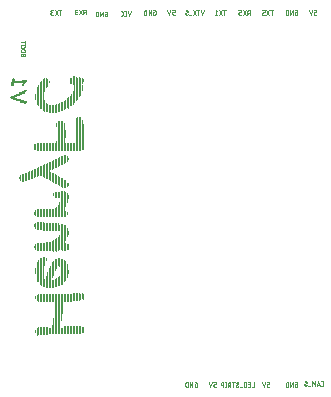
<source format=gbr>
G04 EAGLE Gerber RS-274X export*
G75*
%MOMM*%
%FSLAX34Y34*%
%LPD*%
%INSilkscreen Bottom*%
%IPPOS*%
%AMOC8*
5,1,8,0,0,1.08239X$1,22.5*%
G01*
%ADD10R,0.084581X0.170181*%
%ADD11R,0.084581X0.508000*%
%ADD12R,0.084838X0.678181*%
%ADD13R,0.084581X0.678181*%
%ADD14R,0.084838X0.762000*%
%ADD15R,0.084581X0.675638*%
%ADD16R,0.084581X0.762000*%
%ADD17R,0.084838X0.254000*%
%ADD18R,0.084838X0.675638*%
%ADD19R,0.084581X0.254000*%
%ADD20R,0.084581X0.424181*%
%ADD21R,0.084581X0.591819*%
%ADD22R,0.084838X1.099819*%
%ADD23R,0.084838X0.591819*%
%ADD24R,0.084838X1.270000*%
%ADD25R,0.084838X0.424181*%
%ADD26R,0.084838X0.508000*%
%ADD27R,0.084581X1.524000*%
%ADD28R,0.084581X1.610363*%
%ADD29R,0.084581X0.594363*%
%ADD30R,0.084581X1.778000*%
%ADD31R,0.084581X1.861819*%
%ADD32R,0.084838X2.032000*%
%ADD33R,0.084838X2.118362*%
%ADD34R,0.084581X2.286000*%
%ADD35R,0.084581X0.848363*%
%ADD36R,0.084581X2.369819*%
%ADD37R,0.084581X2.453638*%
%ADD38R,0.084838X2.540000*%
%ADD39R,0.084838X1.016000*%
%ADD40R,0.084838X2.453638*%
%ADD41R,0.084581X2.710181*%
%ADD42R,0.084581X1.016000*%
%ADD43R,0.084581X2.540000*%
%ADD44R,0.084581X1.186181*%
%ADD45R,0.084581X0.932181*%
%ADD46R,0.084581X1.183638*%
%ADD47R,0.084838X0.845819*%
%ADD48R,0.084838X1.183638*%
%ADD49R,0.084838X0.932181*%
%ADD50R,0.084581X0.845819*%
%ADD51R,0.084581X1.270000*%
%ADD52R,0.084581X1.099819*%
%ADD53R,0.084581X1.356363*%
%ADD54R,0.084581X1.353819*%
%ADD55R,0.084838X1.440181*%
%ADD56R,0.084838X1.524000*%
%ADD57R,0.084581X1.694181*%
%ADD58R,0.084838X0.848363*%
%ADD59R,0.084838X1.945638*%
%ADD60R,0.084581X3.385819*%
%ADD61R,0.084581X0.337819*%
%ADD62R,0.084581X1.102363*%
%ADD63R,0.084838X0.929638*%
%ADD64R,0.084838X1.102363*%
%ADD65R,0.084838X3.385819*%
%ADD66R,0.084581X0.929638*%
%ADD67R,0.084838X2.199638*%
%ADD68R,0.084838X2.286000*%
%ADD69R,0.084581X2.199638*%
%ADD70R,0.084581X2.202181*%
%ADD71R,0.084581X2.118362*%
%ADD72R,0.084838X0.594363*%
%ADD73R,0.084838X1.437638*%
%ADD74R,0.084581X0.421637*%
%ADD75R,0.084581X0.167637*%
%ADD76R,0.084838X2.115819*%
%ADD77R,0.084581X2.032000*%
%ADD78R,0.084581X2.794000*%
%ADD79R,0.084581X1.945638*%
%ADD80R,0.084581X2.877819*%
%ADD81R,0.084838X1.861819*%
%ADD82R,0.084838X2.877819*%
%ADD83R,0.084581X1.691638*%
%ADD84R,0.084581X1.607819*%
%ADD85R,0.084838X2.623819*%
%ADD86R,0.084838X0.170181*%
%ADD87R,0.086363X0.084581*%
%ADD88R,0.594363X0.084838*%
%ADD89R,0.254000X0.084838*%
%ADD90R,0.678181X0.084581*%
%ADD91R,0.254000X0.084581*%
%ADD92R,0.594363X0.084581*%
%ADD93R,0.337819X0.084581*%
%ADD94R,0.170181X0.084838*%
%ADD95R,0.421637X0.084838*%
%ADD96R,0.170181X0.084581*%
%ADD97R,0.167637X0.084581*%
%ADD98R,0.337819X0.084838*%
%ADD99R,0.508000X0.084838*%
%ADD100R,0.167637X0.084838*%
%ADD101R,0.083819X0.084838*%
%ADD102C,0.025400*%


D10*
X55029Y192584D03*
D11*
X55875Y192597D03*
D12*
X56722Y192584D03*
D13*
X57569Y192584D03*
X58415Y192584D03*
D14*
X59262Y193003D03*
D15*
X60109Y193435D03*
X60955Y193435D03*
D14*
X61802Y193867D03*
D13*
X62649Y194286D03*
D16*
X63495Y194705D03*
D14*
X64342Y194705D03*
D13*
X65189Y195124D03*
D16*
X66035Y195543D03*
D17*
X66882Y219267D03*
D18*
X66882Y195975D03*
D11*
X67729Y218835D03*
D16*
X67729Y196407D03*
D19*
X67729Y162523D03*
X67729Y152363D03*
D10*
X67729Y134164D03*
D20*
X68575Y261596D03*
D21*
X68575Y219254D03*
D13*
X68575Y196826D03*
D11*
X68575Y162955D03*
X68575Y151957D03*
X68575Y134177D03*
X68575Y113857D03*
D19*
X68575Y91403D03*
X68575Y62625D03*
D22*
X69422Y261596D03*
D18*
X69422Y218835D03*
D14*
X69422Y197245D03*
D23*
X69422Y162536D03*
X69422Y152376D03*
D12*
X69422Y134164D03*
D24*
X69422Y113425D03*
D25*
X69422Y91416D03*
D26*
X69422Y63057D03*
D27*
X70269Y262015D03*
D15*
X70269Y218835D03*
D16*
X70269Y197245D03*
D15*
X70269Y162955D03*
D13*
X70269Y151944D03*
X70269Y134164D03*
D28*
X70269Y113425D03*
D21*
X70269Y91416D03*
D29*
X70269Y62625D03*
D30*
X71115Y262447D03*
D15*
X71115Y218835D03*
D16*
X71115Y198083D03*
D15*
X71115Y162955D03*
D13*
X71115Y151944D03*
X71115Y134164D03*
D31*
X71115Y113844D03*
D13*
X71115Y90984D03*
X71115Y63044D03*
D32*
X71962Y262015D03*
D18*
X71962Y218835D03*
D14*
X71962Y198083D03*
D18*
X71962Y162955D03*
D12*
X71962Y151944D03*
X71962Y134164D03*
D33*
X71962Y113425D03*
D12*
X71962Y90984D03*
X71962Y63044D03*
D34*
X72809Y262447D03*
D15*
X72809Y218835D03*
D35*
X72809Y198515D03*
D15*
X72809Y162955D03*
D13*
X72809Y151944D03*
X72809Y134164D03*
D34*
X72809Y113425D03*
D13*
X72809Y90984D03*
X72809Y63044D03*
D36*
X73655Y262866D03*
D15*
X73655Y218835D03*
D35*
X73655Y198515D03*
D15*
X73655Y162955D03*
D13*
X73655Y151944D03*
X73655Y134164D03*
D37*
X73655Y113425D03*
D13*
X73655Y90984D03*
X73655Y63044D03*
D38*
X74502Y262853D03*
D18*
X74502Y218835D03*
D39*
X74502Y198515D03*
D18*
X74502Y162955D03*
D12*
X74502Y151944D03*
X74502Y134164D03*
D40*
X74502Y113425D03*
D12*
X74502Y90984D03*
X74502Y63044D03*
D41*
X75349Y262866D03*
D15*
X75349Y218835D03*
D42*
X75349Y198515D03*
D15*
X75349Y162955D03*
D16*
X75349Y151525D03*
D13*
X75349Y134164D03*
D43*
X75349Y112993D03*
D13*
X75349Y90984D03*
X75349Y63044D03*
D44*
X76195Y271324D03*
D45*
X76195Y253976D03*
D15*
X76195Y218835D03*
D46*
X76195Y198515D03*
D15*
X76195Y162955D03*
D13*
X76195Y151106D03*
X76195Y134164D03*
D16*
X76195Y121883D03*
D13*
X76195Y103684D03*
X76195Y90984D03*
X76195Y63044D03*
D39*
X77042Y272175D03*
D47*
X77042Y252706D03*
D18*
X77042Y218835D03*
D48*
X77042Y198515D03*
D18*
X77042Y162955D03*
D12*
X77042Y151106D03*
X77042Y134164D03*
D26*
X77042Y123153D03*
D49*
X77042Y104116D03*
D12*
X77042Y90984D03*
X77042Y63044D03*
D50*
X77889Y273026D03*
D16*
X77889Y252287D03*
D15*
X77889Y218835D03*
D51*
X77889Y198083D03*
D15*
X77889Y162955D03*
D13*
X77889Y151106D03*
D16*
X77889Y134583D03*
D19*
X77889Y123585D03*
D52*
X77889Y104954D03*
D13*
X77889Y90984D03*
X77889Y63044D03*
X78735Y273026D03*
D15*
X78735Y251855D03*
X78735Y218835D03*
D53*
X78735Y198515D03*
D15*
X78735Y162955D03*
D13*
X78735Y151106D03*
D16*
X78735Y134583D03*
D54*
X78735Y106224D03*
D13*
X78735Y90984D03*
X78735Y63044D03*
D26*
X79582Y273877D03*
D14*
X79582Y251423D03*
D18*
X79582Y218835D03*
D55*
X79582Y198096D03*
D18*
X79582Y162955D03*
D12*
X79582Y151106D03*
D14*
X79582Y134583D03*
D56*
X79582Y107075D03*
D12*
X79582Y90984D03*
D23*
X79582Y63476D03*
D10*
X80429Y273864D03*
D13*
X80429Y251004D03*
D15*
X80429Y218835D03*
D27*
X80429Y198515D03*
D15*
X80429Y162955D03*
D13*
X80429Y151106D03*
D16*
X80429Y134583D03*
D57*
X80429Y107926D03*
D13*
X80429Y90984D03*
D21*
X80429Y63476D03*
D13*
X81275Y251004D03*
D15*
X81275Y218835D03*
D13*
X81275Y202744D03*
D16*
X81275Y193867D03*
D15*
X81275Y162955D03*
D13*
X81275Y151106D03*
D16*
X81275Y134583D03*
D31*
X81275Y108764D03*
D13*
X81275Y90984D03*
D21*
X81275Y63476D03*
D12*
X82122Y251004D03*
D18*
X82122Y218835D03*
D14*
X82122Y203163D03*
D58*
X82122Y193435D03*
D18*
X82122Y162955D03*
D12*
X82122Y151106D03*
D58*
X82122Y135015D03*
D32*
X82122Y109615D03*
D12*
X82122Y90984D03*
D23*
X82122Y63476D03*
D13*
X82969Y251004D03*
D15*
X82969Y218835D03*
D16*
X82969Y203163D03*
X82969Y193003D03*
D15*
X82969Y162955D03*
D13*
X82969Y151106D03*
D35*
X82969Y135015D03*
D53*
X82969Y114695D03*
D13*
X82969Y102846D03*
X82969Y90984D03*
D16*
X82969Y64327D03*
D13*
X83815Y251004D03*
D15*
X83815Y218835D03*
D16*
X83815Y204027D03*
D50*
X83815Y192584D03*
D19*
X83815Y178627D03*
D15*
X83815Y162955D03*
D13*
X83815Y151106D03*
D45*
X83815Y135434D03*
D51*
X83815Y115965D03*
D13*
X83815Y102846D03*
X83815Y90984D03*
D54*
X83815Y67286D03*
D12*
X84662Y251004D03*
D18*
X84662Y218835D03*
D14*
X84662Y204027D03*
X84662Y192165D03*
D26*
X84662Y178195D03*
D18*
X84662Y162955D03*
D12*
X84662Y151106D03*
D49*
X84662Y135434D03*
D48*
X84662Y117235D03*
D12*
X84662Y102846D03*
X84662Y90984D03*
D59*
X84662Y70245D03*
D13*
X85509Y251004D03*
D15*
X85509Y218835D03*
D16*
X85509Y204865D03*
D50*
X85509Y191746D03*
D21*
X85509Y178614D03*
D16*
X85509Y163387D03*
D13*
X85509Y151106D03*
D42*
X85509Y135853D03*
X85509Y118937D03*
D13*
X85509Y103684D03*
D60*
X85509Y77446D03*
D16*
X86355Y251423D03*
D61*
X86355Y237466D03*
D50*
X86355Y219686D03*
D16*
X86355Y204865D03*
X86355Y191327D03*
D21*
X86355Y178614D03*
D50*
X86355Y163806D03*
D13*
X86355Y151106D03*
D62*
X86355Y136285D03*
D35*
X86355Y119775D03*
D16*
X86355Y104103D03*
D60*
X86355Y77446D03*
D18*
X87202Y251855D03*
D40*
X87202Y227725D03*
D14*
X87202Y205703D03*
D58*
X87202Y190895D03*
D23*
X87202Y178614D03*
D63*
X87202Y164225D03*
D12*
X87202Y151106D03*
D64*
X87202Y136285D03*
D47*
X87202Y120626D03*
D14*
X87202Y104103D03*
D65*
X87202Y77446D03*
D15*
X88049Y251855D03*
D43*
X88049Y228157D03*
D16*
X88049Y205703D03*
X88049Y190463D03*
D21*
X88049Y178614D03*
D52*
X88049Y165076D03*
D13*
X88049Y151106D03*
D44*
X88049Y136704D03*
D13*
X88049Y121464D03*
D16*
X88049Y104967D03*
D60*
X88049Y77446D03*
D16*
X88895Y252287D03*
D43*
X88895Y228157D03*
D16*
X88895Y206567D03*
X88895Y189625D03*
D21*
X88895Y178614D03*
D51*
X88895Y165927D03*
D21*
X88895Y150674D03*
D51*
X88895Y137987D03*
D16*
X88895Y121045D03*
D66*
X88895Y105805D03*
D60*
X88895Y77446D03*
D14*
X89742Y252287D03*
D38*
X89742Y228157D03*
D14*
X89742Y206567D03*
D47*
X89742Y189206D03*
D67*
X89742Y170575D03*
X89742Y142635D03*
D68*
X89742Y113425D03*
D65*
X89742Y77446D03*
D16*
X90589Y253125D03*
D43*
X90589Y228157D03*
D16*
X90589Y207405D03*
X90589Y188787D03*
D69*
X90589Y170575D03*
X90589Y142635D03*
D70*
X90589Y113006D03*
D34*
X90589Y82945D03*
D21*
X90589Y63476D03*
D16*
X91435Y253125D03*
D43*
X91435Y228157D03*
D16*
X91435Y207405D03*
D35*
X91435Y188355D03*
D69*
X91435Y170575D03*
D34*
X91435Y142203D03*
D71*
X91435Y113425D03*
D57*
X91435Y85904D03*
D21*
X91435Y63476D03*
D14*
X92282Y253963D03*
D40*
X92282Y227725D03*
D14*
X92282Y208243D03*
X92282Y187923D03*
D67*
X92282Y170575D03*
D68*
X92282Y142203D03*
D32*
X92282Y113857D03*
D49*
X92282Y89714D03*
D23*
X92282Y63476D03*
D16*
X93129Y253963D03*
D36*
X93129Y227306D03*
D16*
X93129Y208243D03*
D13*
X93129Y187504D03*
D69*
X93129Y170575D03*
D70*
X93129Y141784D03*
D31*
X93129Y113844D03*
D13*
X93129Y90984D03*
D15*
X93129Y63895D03*
D16*
X93975Y254827D03*
D29*
X93975Y230265D03*
D15*
X93975Y218835D03*
X93975Y208675D03*
D13*
X93975Y187504D03*
D51*
X93975Y174385D03*
D21*
X93975Y162536D03*
D54*
X93975Y146026D03*
D13*
X93975Y134164D03*
D57*
X93975Y113844D03*
D13*
X93975Y90984D03*
D15*
X93975Y63895D03*
D47*
X94822Y255246D03*
D18*
X94822Y218835D03*
X94822Y208675D03*
D72*
X94822Y187085D03*
D22*
X94822Y175236D03*
D26*
X94822Y162955D03*
D64*
X94822Y146445D03*
D12*
X94822Y134164D03*
D73*
X94822Y113425D03*
D12*
X94822Y90984D03*
D18*
X94822Y63895D03*
D50*
X95669Y256084D03*
D15*
X95669Y218835D03*
D11*
X95669Y208675D03*
D74*
X95669Y187085D03*
D35*
X95669Y175655D03*
D19*
X95669Y162523D03*
D16*
X95669Y146445D03*
D21*
X95669Y134596D03*
D44*
X95669Y113844D03*
D13*
X95669Y90984D03*
D15*
X95669Y63895D03*
D45*
X96515Y256516D03*
D15*
X96515Y218835D03*
D75*
X96515Y208675D03*
D19*
X96515Y187085D03*
D61*
X96515Y176506D03*
D74*
X96515Y146445D03*
D11*
X96515Y134177D03*
D74*
X96515Y113425D03*
D13*
X96515Y90984D03*
D15*
X96515Y63895D03*
D17*
X97362Y275147D03*
D49*
X97362Y257354D03*
D18*
X97362Y218835D03*
D17*
X97362Y134583D03*
D12*
X97362Y90984D03*
D18*
X97362Y63895D03*
D20*
X98209Y275134D03*
D50*
X98209Y257786D03*
D15*
X98209Y218835D03*
D13*
X98209Y90984D03*
D15*
X98209Y63895D03*
D21*
X99055Y275134D03*
D45*
X99055Y259056D03*
D15*
X99055Y218835D03*
D13*
X99055Y90984D03*
D15*
X99055Y63895D03*
D23*
X99902Y275134D03*
D39*
X99902Y259475D03*
D18*
X99902Y218835D03*
D12*
X99902Y90984D03*
D18*
X99902Y63895D03*
D16*
X100749Y275147D03*
D62*
X100749Y260745D03*
D15*
X100749Y218835D03*
X100749Y91835D03*
X100749Y63895D03*
D34*
X101595Y267527D03*
D15*
X101595Y218835D03*
X101595Y91835D03*
X101595Y63895D03*
D76*
X102442Y267514D03*
D17*
X102442Y240425D03*
D47*
X102442Y219686D03*
D18*
X102442Y91835D03*
X102442Y63895D03*
D77*
X103289Y267933D03*
D78*
X103289Y229427D03*
D15*
X103289Y91835D03*
X103289Y63895D03*
D79*
X104135Y268365D03*
D80*
X104135Y229846D03*
D15*
X104135Y91835D03*
X104135Y63895D03*
D81*
X104982Y268784D03*
D82*
X104982Y229846D03*
D18*
X104982Y91835D03*
X104982Y63895D03*
D83*
X105829Y269635D03*
D80*
X105829Y229846D03*
D15*
X105829Y91835D03*
X105829Y63895D03*
D84*
X106675Y270054D03*
D80*
X106675Y229846D03*
D21*
X106675Y92254D03*
D15*
X106675Y63895D03*
D73*
X107522Y270905D03*
D85*
X107522Y229414D03*
D23*
X107522Y92254D03*
D18*
X107522Y63895D03*
D11*
X108369Y274715D03*
X108369Y268797D03*
D43*
X108369Y228995D03*
D11*
X108369Y92673D03*
D21*
X108369Y64314D03*
D19*
X109215Y275147D03*
D71*
X109215Y227725D03*
D20*
X109215Y92254D03*
D11*
X109215Y63895D03*
D49*
X110062Y228576D03*
D17*
X110062Y219267D03*
D86*
X110062Y92686D03*
D17*
X110062Y64327D03*
D87*
G36*
X46909Y260771D02*
X46921Y261634D01*
X47765Y261623D01*
X47753Y260760D01*
X46909Y260771D01*
G37*
D88*
G36*
X47896Y270919D02*
X47979Y276861D01*
X48826Y276849D01*
X48743Y270907D01*
X47896Y270919D01*
G37*
D89*
G36*
X47743Y259922D02*
X47778Y262460D01*
X48625Y262448D01*
X48590Y259910D01*
X47743Y259922D01*
G37*
D90*
G36*
X48744Y270907D02*
X48839Y277687D01*
X49684Y277675D01*
X49589Y270895D01*
X48744Y270907D01*
G37*
D91*
G36*
X48591Y259910D02*
X48626Y262448D01*
X49471Y262436D01*
X49436Y259898D01*
X48591Y259910D01*
G37*
D92*
G36*
X49590Y270895D02*
X49673Y276837D01*
X50518Y276825D01*
X50435Y270883D01*
X49590Y270895D01*
G37*
D93*
G36*
X49425Y259060D02*
X49472Y262436D01*
X50317Y262424D01*
X50270Y259048D01*
X49425Y259060D01*
G37*
D94*
G36*
X50472Y273423D02*
X50495Y275123D01*
X51342Y275111D01*
X51319Y273411D01*
X50472Y273423D01*
G37*
D95*
G36*
X50271Y259048D02*
X50330Y263262D01*
X51177Y263250D01*
X51118Y259036D01*
X50271Y259048D01*
G37*
D96*
G36*
X51320Y273410D02*
X51343Y275111D01*
X52188Y275100D01*
X52165Y273399D01*
X51320Y273410D01*
G37*
D97*
G36*
X51155Y261575D02*
X51178Y263250D01*
X52023Y263239D01*
X52000Y261564D01*
X51155Y261575D01*
G37*
G36*
X51119Y259036D02*
X51142Y260711D01*
X51987Y260700D01*
X51964Y259025D01*
X51119Y259036D01*
G37*
D96*
G36*
X52166Y273399D02*
X52189Y275100D01*
X53034Y275089D01*
X53011Y273388D01*
X52166Y273399D01*
G37*
D91*
G36*
X52000Y261564D02*
X52035Y264102D01*
X52880Y264090D01*
X52845Y261552D01*
X52000Y261564D01*
G37*
G36*
X51953Y258161D02*
X51988Y260699D01*
X52833Y260687D01*
X52798Y258149D01*
X51953Y258161D01*
G37*
D94*
G36*
X53012Y273388D02*
X53035Y275088D01*
X53882Y275076D01*
X53859Y273376D01*
X53012Y273388D01*
G37*
G36*
X52858Y262391D02*
X52881Y264091D01*
X53728Y264079D01*
X53705Y262379D01*
X52858Y262391D01*
G37*
G36*
X52799Y258149D02*
X52822Y259849D01*
X53669Y259837D01*
X53646Y258137D01*
X52799Y258149D01*
G37*
D96*
G36*
X53860Y273375D02*
X53883Y275076D01*
X54728Y275065D01*
X54705Y273364D01*
X53860Y273375D01*
G37*
G36*
X53706Y262378D02*
X53729Y264079D01*
X54574Y264068D01*
X54551Y262367D01*
X53706Y262378D01*
G37*
G36*
X53647Y258136D02*
X53670Y259837D01*
X54515Y259826D01*
X54492Y258125D01*
X53647Y258136D01*
G37*
G36*
X54705Y273363D02*
X54728Y275064D01*
X55573Y275053D01*
X55550Y273352D01*
X54705Y273363D01*
G37*
D93*
G36*
X54552Y262367D02*
X54599Y265743D01*
X55444Y265731D01*
X55397Y262355D01*
X54552Y262367D01*
G37*
D96*
G36*
X54493Y258125D02*
X54516Y259826D01*
X55361Y259815D01*
X55338Y258114D01*
X54493Y258125D01*
G37*
D94*
G36*
X55551Y273352D02*
X55574Y275052D01*
X56421Y275040D01*
X56398Y273340D01*
X55551Y273352D01*
G37*
D89*
G36*
X55409Y263193D02*
X55444Y265731D01*
X56291Y265719D01*
X56256Y263181D01*
X55409Y263193D01*
G37*
D98*
G36*
X55315Y256438D02*
X55362Y259814D01*
X56209Y259802D01*
X56162Y256426D01*
X55315Y256438D01*
G37*
D96*
G36*
X56399Y273339D02*
X56422Y275040D01*
X57267Y275029D01*
X57244Y273328D01*
X56399Y273339D01*
G37*
D91*
G36*
X56257Y263182D02*
X56292Y265720D01*
X57137Y265708D01*
X57102Y263170D01*
X56257Y263182D01*
G37*
G36*
X56163Y256426D02*
X56198Y258964D01*
X57043Y258952D01*
X57008Y256414D01*
X56163Y256426D01*
G37*
G36*
X57245Y273329D02*
X57280Y275867D01*
X58125Y275855D01*
X58090Y273317D01*
X57245Y273329D01*
G37*
D96*
G36*
X57210Y270788D02*
X57233Y272489D01*
X58078Y272478D01*
X58055Y270777D01*
X57210Y270788D01*
G37*
D91*
G36*
X57115Y264033D02*
X57150Y266571D01*
X57995Y266559D01*
X57960Y264021D01*
X57115Y264033D01*
G37*
G36*
X57009Y256414D02*
X57044Y258952D01*
X57889Y258940D01*
X57854Y256402D01*
X57009Y256414D01*
G37*
D99*
G36*
X58055Y270777D02*
X58126Y275855D01*
X58973Y275843D01*
X58902Y270765D01*
X58055Y270777D01*
G37*
D89*
G36*
X57961Y264021D02*
X57996Y266559D01*
X58843Y266547D01*
X58808Y264009D01*
X57961Y264021D01*
G37*
G36*
X57855Y256402D02*
X57890Y258940D01*
X58737Y258928D01*
X58702Y256390D01*
X57855Y256402D01*
G37*
D93*
G36*
X58927Y272467D02*
X58974Y275843D01*
X59819Y275831D01*
X59772Y272455D01*
X58927Y272467D01*
G37*
G36*
X58809Y264010D02*
X58856Y267386D01*
X59701Y267374D01*
X59654Y263998D01*
X58809Y264010D01*
G37*
D91*
G36*
X58691Y255527D02*
X58726Y258065D01*
X59571Y258053D01*
X59536Y255515D01*
X58691Y255527D01*
G37*
G36*
X59785Y273293D02*
X59820Y275831D01*
X60665Y275819D01*
X60630Y273281D01*
X59785Y273293D01*
G37*
D96*
G36*
X59679Y265673D02*
X59702Y267374D01*
X60547Y267363D01*
X60524Y265662D01*
X59679Y265673D01*
G37*
D91*
G36*
X59537Y255515D02*
X59572Y258053D01*
X60417Y258041D01*
X60382Y255503D01*
X59537Y255515D01*
G37*
D100*
G36*
X60643Y274145D02*
X60666Y275819D01*
X61513Y275807D01*
X61490Y274133D01*
X60643Y274145D01*
G37*
D101*
G36*
X60537Y266525D02*
X60548Y267362D01*
X61395Y267351D01*
X61384Y266514D01*
X60537Y266525D01*
G37*
D100*
G36*
X60395Y256367D02*
X60418Y258041D01*
X61265Y258029D01*
X61242Y256355D01*
X60395Y256367D01*
G37*
D102*
X310262Y17076D02*
X311108Y17076D01*
X311108Y17075D02*
X311163Y17077D01*
X311219Y17082D01*
X311273Y17091D01*
X311327Y17104D01*
X311380Y17120D01*
X311432Y17139D01*
X311483Y17162D01*
X311532Y17188D01*
X311579Y17218D01*
X311624Y17250D01*
X311666Y17285D01*
X311707Y17323D01*
X311745Y17364D01*
X311780Y17406D01*
X311812Y17451D01*
X311842Y17499D01*
X311868Y17547D01*
X311891Y17598D01*
X311910Y17650D01*
X311926Y17703D01*
X311939Y17757D01*
X311948Y17811D01*
X311953Y17867D01*
X311955Y17922D01*
X311955Y20039D01*
X311953Y20097D01*
X311947Y20154D01*
X311937Y20211D01*
X311924Y20268D01*
X311906Y20323D01*
X311885Y20376D01*
X311860Y20429D01*
X311832Y20479D01*
X311800Y20527D01*
X311765Y20574D01*
X311727Y20617D01*
X311686Y20658D01*
X311643Y20696D01*
X311596Y20731D01*
X311548Y20763D01*
X311498Y20791D01*
X311445Y20816D01*
X311392Y20837D01*
X311337Y20855D01*
X311280Y20868D01*
X311223Y20878D01*
X311166Y20884D01*
X311108Y20886D01*
X310262Y20886D01*
X307839Y20886D02*
X309109Y17076D01*
X306569Y17076D02*
X307839Y20886D01*
X306887Y18028D02*
X308792Y18028D01*
X305086Y17076D02*
X305086Y20886D01*
X303816Y18769D01*
X302546Y20886D01*
X302546Y17076D01*
X301005Y16652D02*
X299312Y16652D01*
X296777Y17075D02*
X296722Y17077D01*
X296666Y17082D01*
X296612Y17091D01*
X296558Y17104D01*
X296505Y17120D01*
X296453Y17139D01*
X296402Y17162D01*
X296354Y17188D01*
X296306Y17218D01*
X296261Y17250D01*
X296219Y17285D01*
X296178Y17323D01*
X296140Y17364D01*
X296105Y17406D01*
X296073Y17451D01*
X296043Y17499D01*
X296017Y17547D01*
X295994Y17598D01*
X295975Y17650D01*
X295959Y17703D01*
X295946Y17757D01*
X295937Y17811D01*
X295932Y17867D01*
X295930Y17922D01*
X296777Y17075D02*
X296860Y17077D01*
X296943Y17083D01*
X297025Y17092D01*
X297107Y17106D01*
X297189Y17123D01*
X297269Y17144D01*
X297348Y17169D01*
X297427Y17197D01*
X297503Y17229D01*
X297578Y17265D01*
X297652Y17303D01*
X297723Y17346D01*
X297793Y17391D01*
X297860Y17440D01*
X297925Y17492D01*
X297987Y17547D01*
X298047Y17604D01*
X297941Y20039D02*
X297939Y20094D01*
X297934Y20150D01*
X297925Y20204D01*
X297912Y20258D01*
X297896Y20311D01*
X297877Y20363D01*
X297854Y20414D01*
X297828Y20463D01*
X297798Y20510D01*
X297766Y20555D01*
X297731Y20597D01*
X297693Y20638D01*
X297652Y20676D01*
X297610Y20711D01*
X297565Y20743D01*
X297518Y20773D01*
X297469Y20799D01*
X297418Y20822D01*
X297366Y20841D01*
X297313Y20857D01*
X297259Y20870D01*
X297205Y20879D01*
X297149Y20884D01*
X297094Y20886D01*
X297015Y20884D01*
X296937Y20878D01*
X296859Y20869D01*
X296782Y20855D01*
X296705Y20838D01*
X296629Y20816D01*
X296555Y20792D01*
X296481Y20763D01*
X296410Y20731D01*
X296340Y20695D01*
X296271Y20656D01*
X296205Y20614D01*
X296141Y20568D01*
X297518Y19298D02*
X297565Y19328D01*
X297610Y19361D01*
X297653Y19397D01*
X297693Y19435D01*
X297731Y19476D01*
X297766Y19519D01*
X297798Y19565D01*
X297828Y19612D01*
X297854Y19662D01*
X297877Y19713D01*
X297896Y19765D01*
X297912Y19818D01*
X297925Y19873D01*
X297934Y19928D01*
X297939Y19983D01*
X297941Y20039D01*
X296353Y18663D02*
X296306Y18633D01*
X296261Y18600D01*
X296218Y18564D01*
X296178Y18526D01*
X296140Y18485D01*
X296105Y18442D01*
X296073Y18396D01*
X296043Y18349D01*
X296017Y18299D01*
X295994Y18248D01*
X295975Y18196D01*
X295959Y18143D01*
X295946Y18088D01*
X295937Y18033D01*
X295932Y17978D01*
X295930Y17922D01*
X296353Y18663D02*
X297518Y19298D01*
X209475Y331063D02*
X210745Y334873D01*
X208205Y334873D02*
X209475Y331063D01*
X206061Y331063D02*
X206061Y334873D01*
X207119Y334873D02*
X205002Y334873D01*
X201377Y334873D02*
X203917Y331063D01*
X201377Y331063D02*
X203917Y334873D01*
X200202Y330640D02*
X198509Y330640D01*
X195974Y331063D02*
X195919Y331065D01*
X195863Y331070D01*
X195809Y331079D01*
X195755Y331092D01*
X195702Y331108D01*
X195650Y331127D01*
X195599Y331150D01*
X195551Y331176D01*
X195503Y331206D01*
X195458Y331238D01*
X195416Y331273D01*
X195375Y331311D01*
X195337Y331352D01*
X195302Y331394D01*
X195270Y331439D01*
X195240Y331487D01*
X195214Y331535D01*
X195191Y331586D01*
X195172Y331638D01*
X195156Y331691D01*
X195143Y331745D01*
X195134Y331799D01*
X195129Y331855D01*
X195127Y331910D01*
X195974Y331063D02*
X196057Y331065D01*
X196140Y331071D01*
X196222Y331080D01*
X196304Y331094D01*
X196386Y331111D01*
X196466Y331132D01*
X196545Y331157D01*
X196624Y331185D01*
X196700Y331217D01*
X196775Y331253D01*
X196849Y331291D01*
X196920Y331334D01*
X196990Y331379D01*
X197057Y331428D01*
X197122Y331480D01*
X197184Y331535D01*
X197244Y331592D01*
X197138Y334026D02*
X197136Y334081D01*
X197131Y334137D01*
X197122Y334191D01*
X197109Y334245D01*
X197093Y334298D01*
X197074Y334350D01*
X197051Y334401D01*
X197025Y334450D01*
X196995Y334497D01*
X196963Y334542D01*
X196928Y334584D01*
X196890Y334625D01*
X196849Y334663D01*
X196807Y334698D01*
X196762Y334730D01*
X196715Y334760D01*
X196666Y334786D01*
X196615Y334809D01*
X196563Y334828D01*
X196510Y334844D01*
X196456Y334857D01*
X196402Y334866D01*
X196346Y334871D01*
X196291Y334873D01*
X196291Y334874D02*
X196212Y334872D01*
X196134Y334866D01*
X196056Y334857D01*
X195979Y334843D01*
X195902Y334826D01*
X195826Y334804D01*
X195752Y334780D01*
X195678Y334751D01*
X195607Y334719D01*
X195537Y334683D01*
X195468Y334644D01*
X195402Y334602D01*
X195338Y334556D01*
X196715Y333285D02*
X196762Y333315D01*
X196807Y333348D01*
X196850Y333384D01*
X196890Y333422D01*
X196928Y333463D01*
X196963Y333506D01*
X196995Y333552D01*
X197025Y333599D01*
X197051Y333649D01*
X197074Y333700D01*
X197093Y333752D01*
X197109Y333805D01*
X197122Y333860D01*
X197131Y333915D01*
X197136Y333970D01*
X197138Y334026D01*
X195550Y332651D02*
X195503Y332621D01*
X195458Y332588D01*
X195415Y332552D01*
X195375Y332514D01*
X195337Y332473D01*
X195302Y332430D01*
X195270Y332384D01*
X195240Y332337D01*
X195214Y332287D01*
X195191Y332236D01*
X195172Y332184D01*
X195156Y332131D01*
X195143Y332076D01*
X195134Y332021D01*
X195129Y331966D01*
X195127Y331910D01*
X195550Y332651D02*
X196715Y333286D01*
X57845Y297230D02*
X57845Y296172D01*
X57844Y297230D02*
X57842Y297294D01*
X57836Y297358D01*
X57827Y297421D01*
X57813Y297483D01*
X57796Y297545D01*
X57775Y297605D01*
X57751Y297664D01*
X57723Y297722D01*
X57691Y297777D01*
X57657Y297831D01*
X57619Y297882D01*
X57578Y297932D01*
X57534Y297978D01*
X57488Y298022D01*
X57438Y298063D01*
X57387Y298101D01*
X57333Y298135D01*
X57278Y298167D01*
X57220Y298195D01*
X57161Y298219D01*
X57101Y298240D01*
X57039Y298257D01*
X56977Y298271D01*
X56914Y298280D01*
X56850Y298286D01*
X56786Y298288D01*
X56722Y298286D01*
X56658Y298280D01*
X56595Y298271D01*
X56533Y298257D01*
X56471Y298240D01*
X56411Y298219D01*
X56352Y298195D01*
X56294Y298167D01*
X56239Y298135D01*
X56185Y298101D01*
X56134Y298063D01*
X56084Y298022D01*
X56038Y297978D01*
X55994Y297932D01*
X55953Y297882D01*
X55915Y297831D01*
X55881Y297777D01*
X55849Y297722D01*
X55821Y297664D01*
X55797Y297605D01*
X55776Y297545D01*
X55759Y297483D01*
X55745Y297421D01*
X55736Y297358D01*
X55730Y297294D01*
X55728Y297230D01*
X55728Y296172D01*
X59538Y296172D01*
X59538Y297230D01*
X59536Y297287D01*
X59530Y297343D01*
X59521Y297399D01*
X59508Y297454D01*
X59491Y297508D01*
X59471Y297561D01*
X59447Y297612D01*
X59420Y297662D01*
X59389Y297709D01*
X59356Y297755D01*
X59319Y297798D01*
X59280Y297839D01*
X59238Y297877D01*
X59193Y297912D01*
X59147Y297944D01*
X59098Y297973D01*
X59048Y297998D01*
X58995Y298020D01*
X58942Y298039D01*
X58887Y298054D01*
X58832Y298065D01*
X58776Y298073D01*
X58719Y298077D01*
X58663Y298077D01*
X58606Y298073D01*
X58550Y298065D01*
X58495Y298054D01*
X58440Y298039D01*
X58387Y298020D01*
X58334Y297998D01*
X58284Y297973D01*
X58235Y297944D01*
X58189Y297912D01*
X58144Y297877D01*
X58102Y297839D01*
X58063Y297798D01*
X58026Y297755D01*
X57993Y297709D01*
X57962Y297662D01*
X57935Y297612D01*
X57911Y297561D01*
X57891Y297508D01*
X57874Y297454D01*
X57861Y297399D01*
X57852Y297343D01*
X57846Y297287D01*
X57844Y297230D01*
X58480Y299660D02*
X56786Y299660D01*
X58480Y299660D02*
X58544Y299662D01*
X58608Y299668D01*
X58671Y299677D01*
X58733Y299691D01*
X58795Y299708D01*
X58855Y299729D01*
X58914Y299753D01*
X58972Y299781D01*
X59027Y299813D01*
X59081Y299847D01*
X59132Y299885D01*
X59182Y299926D01*
X59228Y299970D01*
X59272Y300016D01*
X59313Y300066D01*
X59351Y300117D01*
X59385Y300171D01*
X59417Y300226D01*
X59445Y300284D01*
X59469Y300343D01*
X59490Y300403D01*
X59507Y300465D01*
X59521Y300527D01*
X59530Y300590D01*
X59536Y300654D01*
X59538Y300718D01*
X59536Y300782D01*
X59530Y300846D01*
X59521Y300909D01*
X59507Y300971D01*
X59490Y301033D01*
X59469Y301093D01*
X59445Y301152D01*
X59417Y301210D01*
X59385Y301265D01*
X59351Y301319D01*
X59313Y301370D01*
X59272Y301420D01*
X59228Y301466D01*
X59182Y301510D01*
X59132Y301551D01*
X59081Y301589D01*
X59027Y301623D01*
X58972Y301655D01*
X58914Y301683D01*
X58855Y301707D01*
X58795Y301728D01*
X58733Y301745D01*
X58671Y301759D01*
X58608Y301768D01*
X58544Y301774D01*
X58480Y301776D01*
X56786Y301776D01*
X56722Y301774D01*
X56658Y301768D01*
X56595Y301759D01*
X56533Y301745D01*
X56471Y301728D01*
X56411Y301707D01*
X56352Y301683D01*
X56294Y301655D01*
X56239Y301623D01*
X56185Y301589D01*
X56134Y301551D01*
X56084Y301510D01*
X56038Y301466D01*
X55994Y301420D01*
X55953Y301370D01*
X55915Y301319D01*
X55881Y301265D01*
X55849Y301210D01*
X55821Y301152D01*
X55797Y301093D01*
X55776Y301033D01*
X55759Y300971D01*
X55745Y300909D01*
X55736Y300846D01*
X55730Y300782D01*
X55728Y300718D01*
X55730Y300654D01*
X55736Y300590D01*
X55745Y300527D01*
X55759Y300465D01*
X55776Y300403D01*
X55797Y300343D01*
X55821Y300284D01*
X55849Y300226D01*
X55881Y300171D01*
X55915Y300117D01*
X55953Y300066D01*
X55994Y300016D01*
X56038Y299970D01*
X56084Y299926D01*
X56134Y299885D01*
X56185Y299847D01*
X56239Y299813D01*
X56294Y299781D01*
X56352Y299753D01*
X56411Y299729D01*
X56471Y299708D01*
X56533Y299691D01*
X56595Y299677D01*
X56658Y299668D01*
X56722Y299662D01*
X56786Y299660D01*
X56786Y303317D02*
X58480Y303317D01*
X58544Y303319D01*
X58608Y303325D01*
X58671Y303334D01*
X58733Y303348D01*
X58795Y303365D01*
X58855Y303386D01*
X58914Y303410D01*
X58972Y303438D01*
X59027Y303470D01*
X59081Y303504D01*
X59132Y303542D01*
X59182Y303583D01*
X59228Y303627D01*
X59272Y303673D01*
X59313Y303723D01*
X59351Y303774D01*
X59385Y303828D01*
X59417Y303883D01*
X59445Y303941D01*
X59469Y304000D01*
X59490Y304060D01*
X59507Y304122D01*
X59521Y304184D01*
X59530Y304247D01*
X59536Y304311D01*
X59538Y304375D01*
X59536Y304439D01*
X59530Y304503D01*
X59521Y304566D01*
X59507Y304628D01*
X59490Y304690D01*
X59469Y304750D01*
X59445Y304809D01*
X59417Y304867D01*
X59385Y304922D01*
X59351Y304976D01*
X59313Y305027D01*
X59272Y305077D01*
X59228Y305123D01*
X59182Y305167D01*
X59132Y305208D01*
X59081Y305246D01*
X59027Y305280D01*
X58972Y305312D01*
X58914Y305340D01*
X58855Y305364D01*
X58795Y305385D01*
X58733Y305402D01*
X58671Y305416D01*
X58608Y305425D01*
X58544Y305431D01*
X58480Y305433D01*
X58480Y305434D02*
X56786Y305434D01*
X56786Y305433D02*
X56722Y305431D01*
X56658Y305425D01*
X56595Y305416D01*
X56533Y305402D01*
X56471Y305385D01*
X56411Y305364D01*
X56352Y305340D01*
X56294Y305312D01*
X56239Y305280D01*
X56185Y305246D01*
X56134Y305208D01*
X56084Y305167D01*
X56038Y305123D01*
X55994Y305077D01*
X55953Y305027D01*
X55915Y304976D01*
X55881Y304922D01*
X55849Y304867D01*
X55821Y304809D01*
X55797Y304750D01*
X55776Y304690D01*
X55759Y304628D01*
X55745Y304566D01*
X55736Y304503D01*
X55730Y304439D01*
X55728Y304375D01*
X55730Y304311D01*
X55736Y304247D01*
X55745Y304184D01*
X55759Y304122D01*
X55776Y304060D01*
X55797Y304000D01*
X55821Y303941D01*
X55849Y303883D01*
X55881Y303828D01*
X55915Y303774D01*
X55953Y303723D01*
X55994Y303673D01*
X56038Y303627D01*
X56084Y303583D01*
X56134Y303542D01*
X56185Y303504D01*
X56239Y303470D01*
X56294Y303438D01*
X56352Y303410D01*
X56411Y303386D01*
X56471Y303365D01*
X56533Y303348D01*
X56595Y303334D01*
X56658Y303325D01*
X56722Y303319D01*
X56786Y303317D01*
X55728Y307789D02*
X59538Y307789D01*
X59538Y306731D02*
X59538Y308848D01*
X249538Y331063D02*
X249538Y334873D01*
X248480Y334873D01*
X248416Y334871D01*
X248352Y334865D01*
X248289Y334856D01*
X248227Y334842D01*
X248165Y334825D01*
X248105Y334804D01*
X248046Y334780D01*
X247988Y334752D01*
X247933Y334720D01*
X247879Y334686D01*
X247828Y334648D01*
X247778Y334607D01*
X247732Y334563D01*
X247688Y334517D01*
X247647Y334467D01*
X247609Y334416D01*
X247575Y334362D01*
X247543Y334307D01*
X247515Y334249D01*
X247491Y334190D01*
X247470Y334130D01*
X247453Y334068D01*
X247439Y334006D01*
X247430Y333943D01*
X247424Y333879D01*
X247422Y333815D01*
X247424Y333751D01*
X247430Y333687D01*
X247439Y333624D01*
X247453Y333562D01*
X247470Y333500D01*
X247491Y333440D01*
X247515Y333381D01*
X247543Y333323D01*
X247575Y333268D01*
X247609Y333214D01*
X247647Y333163D01*
X247688Y333113D01*
X247732Y333067D01*
X247778Y333023D01*
X247828Y332982D01*
X247879Y332944D01*
X247933Y332910D01*
X247988Y332878D01*
X248046Y332850D01*
X248105Y332826D01*
X248165Y332805D01*
X248227Y332788D01*
X248289Y332774D01*
X248352Y332765D01*
X248416Y332759D01*
X248480Y332757D01*
X248480Y332756D02*
X249538Y332756D01*
X248268Y332756D02*
X247421Y331063D01*
X246113Y331063D02*
X243573Y334873D01*
X246113Y334873D02*
X243573Y331063D01*
X242244Y331063D02*
X240974Y331063D01*
X240919Y331065D01*
X240863Y331070D01*
X240809Y331079D01*
X240755Y331092D01*
X240702Y331108D01*
X240650Y331127D01*
X240599Y331150D01*
X240551Y331176D01*
X240503Y331206D01*
X240458Y331238D01*
X240416Y331273D01*
X240375Y331311D01*
X240337Y331352D01*
X240302Y331394D01*
X240270Y331439D01*
X240240Y331487D01*
X240214Y331535D01*
X240191Y331586D01*
X240172Y331638D01*
X240156Y331691D01*
X240143Y331745D01*
X240134Y331799D01*
X240129Y331855D01*
X240127Y331910D01*
X240127Y332333D01*
X240129Y332388D01*
X240134Y332444D01*
X240143Y332498D01*
X240156Y332552D01*
X240172Y332605D01*
X240191Y332657D01*
X240214Y332708D01*
X240240Y332757D01*
X240270Y332804D01*
X240302Y332849D01*
X240337Y332891D01*
X240375Y332932D01*
X240416Y332970D01*
X240458Y333005D01*
X240503Y333037D01*
X240551Y333067D01*
X240599Y333093D01*
X240650Y333116D01*
X240702Y333135D01*
X240755Y333151D01*
X240809Y333164D01*
X240863Y333173D01*
X240919Y333178D01*
X240974Y333180D01*
X242244Y333180D01*
X242244Y334873D01*
X240127Y334873D01*
X268257Y334873D02*
X268257Y331063D01*
X269315Y334873D02*
X267198Y334873D01*
X263573Y334873D02*
X266113Y331063D01*
X263573Y331063D02*
X266113Y334873D01*
X262244Y331063D02*
X260974Y331063D01*
X260919Y331065D01*
X260863Y331070D01*
X260809Y331079D01*
X260755Y331092D01*
X260702Y331108D01*
X260650Y331127D01*
X260599Y331150D01*
X260551Y331176D01*
X260503Y331206D01*
X260458Y331238D01*
X260416Y331273D01*
X260375Y331311D01*
X260337Y331352D01*
X260302Y331394D01*
X260270Y331439D01*
X260240Y331487D01*
X260214Y331535D01*
X260191Y331586D01*
X260172Y331638D01*
X260156Y331691D01*
X260143Y331745D01*
X260134Y331799D01*
X260129Y331855D01*
X260127Y331910D01*
X260127Y332333D01*
X260129Y332388D01*
X260134Y332444D01*
X260143Y332498D01*
X260156Y332552D01*
X260172Y332605D01*
X260191Y332657D01*
X260214Y332708D01*
X260240Y332757D01*
X260270Y332804D01*
X260302Y332849D01*
X260337Y332891D01*
X260375Y332932D01*
X260416Y332970D01*
X260458Y333005D01*
X260503Y333037D01*
X260551Y333067D01*
X260599Y333093D01*
X260650Y333116D01*
X260702Y333135D01*
X260755Y333151D01*
X260809Y333164D01*
X260863Y333173D01*
X260919Y333178D01*
X260974Y333180D01*
X262244Y333180D01*
X262244Y334873D01*
X260127Y334873D01*
X110862Y335367D02*
X110862Y331557D01*
X110862Y335367D02*
X109804Y335367D01*
X109740Y335365D01*
X109676Y335359D01*
X109613Y335350D01*
X109551Y335336D01*
X109489Y335319D01*
X109429Y335298D01*
X109370Y335274D01*
X109312Y335246D01*
X109257Y335214D01*
X109203Y335180D01*
X109152Y335142D01*
X109102Y335101D01*
X109056Y335057D01*
X109012Y335011D01*
X108971Y334961D01*
X108933Y334910D01*
X108899Y334856D01*
X108867Y334801D01*
X108839Y334743D01*
X108815Y334684D01*
X108794Y334624D01*
X108777Y334562D01*
X108763Y334500D01*
X108754Y334437D01*
X108748Y334373D01*
X108746Y334309D01*
X108748Y334245D01*
X108754Y334181D01*
X108763Y334118D01*
X108777Y334056D01*
X108794Y333994D01*
X108815Y333934D01*
X108839Y333875D01*
X108867Y333817D01*
X108899Y333762D01*
X108933Y333708D01*
X108971Y333657D01*
X109012Y333607D01*
X109056Y333561D01*
X109102Y333517D01*
X109152Y333476D01*
X109203Y333438D01*
X109257Y333404D01*
X109312Y333372D01*
X109370Y333344D01*
X109429Y333320D01*
X109489Y333299D01*
X109551Y333282D01*
X109613Y333268D01*
X109676Y333259D01*
X109740Y333253D01*
X109804Y333251D01*
X109804Y333250D02*
X110862Y333250D01*
X109592Y333250D02*
X108746Y331557D01*
X107437Y331557D02*
X104897Y335367D01*
X107437Y335367D02*
X104897Y331557D01*
X103568Y331557D02*
X102510Y331557D01*
X102446Y331559D01*
X102382Y331565D01*
X102319Y331574D01*
X102257Y331588D01*
X102195Y331605D01*
X102135Y331626D01*
X102076Y331650D01*
X102018Y331678D01*
X101963Y331710D01*
X101909Y331744D01*
X101858Y331782D01*
X101808Y331823D01*
X101762Y331867D01*
X101718Y331913D01*
X101677Y331963D01*
X101639Y332014D01*
X101605Y332068D01*
X101573Y332123D01*
X101545Y332181D01*
X101521Y332240D01*
X101500Y332300D01*
X101483Y332362D01*
X101469Y332424D01*
X101460Y332487D01*
X101454Y332551D01*
X101452Y332615D01*
X101454Y332679D01*
X101460Y332743D01*
X101469Y332806D01*
X101483Y332868D01*
X101500Y332930D01*
X101521Y332990D01*
X101545Y333049D01*
X101573Y333107D01*
X101605Y333162D01*
X101639Y333216D01*
X101677Y333267D01*
X101718Y333317D01*
X101762Y333363D01*
X101808Y333407D01*
X101858Y333448D01*
X101909Y333486D01*
X101963Y333520D01*
X102018Y333552D01*
X102076Y333580D01*
X102135Y333604D01*
X102195Y333625D01*
X102257Y333642D01*
X102319Y333656D01*
X102382Y333665D01*
X102446Y333671D01*
X102510Y333673D01*
X102298Y335367D02*
X103568Y335367D01*
X102298Y335367D02*
X102241Y335365D01*
X102185Y335359D01*
X102129Y335350D01*
X102074Y335337D01*
X102020Y335320D01*
X101967Y335300D01*
X101916Y335276D01*
X101866Y335249D01*
X101819Y335218D01*
X101773Y335185D01*
X101730Y335148D01*
X101689Y335109D01*
X101651Y335067D01*
X101616Y335022D01*
X101584Y334976D01*
X101555Y334927D01*
X101530Y334877D01*
X101508Y334824D01*
X101489Y334771D01*
X101474Y334716D01*
X101463Y334661D01*
X101455Y334605D01*
X101451Y334548D01*
X101451Y334492D01*
X101455Y334435D01*
X101463Y334379D01*
X101474Y334324D01*
X101489Y334269D01*
X101508Y334216D01*
X101530Y334163D01*
X101555Y334113D01*
X101584Y334064D01*
X101616Y334018D01*
X101651Y333973D01*
X101689Y333931D01*
X101730Y333892D01*
X101773Y333855D01*
X101819Y333822D01*
X101866Y333791D01*
X101916Y333764D01*
X101967Y333740D01*
X102020Y333720D01*
X102074Y333703D01*
X102129Y333690D01*
X102185Y333681D01*
X102241Y333675D01*
X102298Y333673D01*
X102298Y333674D02*
X103145Y333674D01*
X89109Y335044D02*
X89109Y331234D01*
X90167Y335044D02*
X88051Y335044D01*
X84425Y335044D02*
X86965Y331234D01*
X84425Y331234D02*
X86965Y335044D01*
X83096Y331234D02*
X82038Y331234D01*
X81974Y331236D01*
X81910Y331242D01*
X81847Y331251D01*
X81785Y331265D01*
X81723Y331282D01*
X81663Y331303D01*
X81604Y331327D01*
X81546Y331355D01*
X81491Y331387D01*
X81437Y331421D01*
X81386Y331459D01*
X81336Y331500D01*
X81290Y331544D01*
X81246Y331590D01*
X81205Y331640D01*
X81167Y331691D01*
X81133Y331745D01*
X81101Y331800D01*
X81073Y331858D01*
X81049Y331917D01*
X81028Y331977D01*
X81011Y332039D01*
X80997Y332101D01*
X80988Y332164D01*
X80982Y332228D01*
X80980Y332292D01*
X80982Y332356D01*
X80988Y332420D01*
X80997Y332483D01*
X81011Y332545D01*
X81028Y332607D01*
X81049Y332667D01*
X81073Y332726D01*
X81101Y332784D01*
X81133Y332839D01*
X81167Y332893D01*
X81205Y332944D01*
X81246Y332994D01*
X81290Y333040D01*
X81336Y333084D01*
X81386Y333125D01*
X81437Y333163D01*
X81491Y333197D01*
X81546Y333229D01*
X81604Y333257D01*
X81663Y333281D01*
X81723Y333302D01*
X81785Y333319D01*
X81847Y333333D01*
X81910Y333342D01*
X81974Y333348D01*
X82038Y333350D01*
X81826Y335044D02*
X83096Y335044D01*
X81826Y335044D02*
X81769Y335042D01*
X81713Y335036D01*
X81657Y335027D01*
X81602Y335014D01*
X81548Y334997D01*
X81495Y334977D01*
X81444Y334953D01*
X81394Y334926D01*
X81347Y334895D01*
X81301Y334862D01*
X81258Y334825D01*
X81217Y334786D01*
X81179Y334744D01*
X81144Y334699D01*
X81112Y334653D01*
X81083Y334604D01*
X81058Y334554D01*
X81036Y334501D01*
X81017Y334448D01*
X81002Y334393D01*
X80991Y334338D01*
X80983Y334282D01*
X80979Y334225D01*
X80979Y334169D01*
X80983Y334112D01*
X80991Y334056D01*
X81002Y334001D01*
X81017Y333946D01*
X81036Y333893D01*
X81058Y333840D01*
X81083Y333790D01*
X81112Y333741D01*
X81144Y333695D01*
X81179Y333650D01*
X81217Y333608D01*
X81258Y333569D01*
X81301Y333532D01*
X81347Y333499D01*
X81394Y333468D01*
X81444Y333441D01*
X81495Y333417D01*
X81548Y333397D01*
X81602Y333380D01*
X81657Y333367D01*
X81713Y333358D01*
X81769Y333352D01*
X81826Y333350D01*
X82673Y333350D01*
X253010Y19873D02*
X253010Y16063D01*
X251317Y16063D01*
X249841Y16063D02*
X248147Y16063D01*
X249841Y16063D02*
X249841Y19873D01*
X248147Y19873D01*
X248571Y18180D02*
X249841Y18180D01*
X246677Y19873D02*
X246677Y16063D01*
X246677Y19873D02*
X245619Y19873D01*
X245555Y19871D01*
X245491Y19865D01*
X245428Y19856D01*
X245366Y19842D01*
X245304Y19825D01*
X245244Y19804D01*
X245185Y19780D01*
X245127Y19752D01*
X245072Y19720D01*
X245018Y19686D01*
X244967Y19648D01*
X244917Y19607D01*
X244871Y19563D01*
X244827Y19517D01*
X244786Y19468D01*
X244748Y19416D01*
X244714Y19362D01*
X244682Y19307D01*
X244654Y19249D01*
X244630Y19190D01*
X244609Y19130D01*
X244592Y19068D01*
X244578Y19006D01*
X244569Y18943D01*
X244563Y18879D01*
X244561Y18815D01*
X244560Y18815D02*
X244560Y17121D01*
X244561Y17121D02*
X244563Y17057D01*
X244569Y16993D01*
X244578Y16930D01*
X244592Y16868D01*
X244609Y16806D01*
X244630Y16746D01*
X244654Y16687D01*
X244682Y16629D01*
X244714Y16574D01*
X244748Y16520D01*
X244786Y16469D01*
X244827Y16419D01*
X244871Y16373D01*
X244917Y16329D01*
X244967Y16288D01*
X245018Y16250D01*
X245072Y16216D01*
X245127Y16184D01*
X245185Y16156D01*
X245244Y16132D01*
X245304Y16111D01*
X245366Y16094D01*
X245428Y16080D01*
X245492Y16071D01*
X245555Y16065D01*
X245619Y16063D01*
X246677Y16063D01*
X243052Y15640D02*
X241358Y15640D01*
X238823Y16063D02*
X238768Y16065D01*
X238712Y16070D01*
X238658Y16079D01*
X238604Y16092D01*
X238551Y16108D01*
X238499Y16127D01*
X238448Y16150D01*
X238400Y16176D01*
X238352Y16206D01*
X238307Y16238D01*
X238265Y16273D01*
X238224Y16311D01*
X238186Y16352D01*
X238151Y16394D01*
X238119Y16439D01*
X238089Y16487D01*
X238063Y16535D01*
X238040Y16586D01*
X238021Y16638D01*
X238005Y16691D01*
X237992Y16745D01*
X237983Y16799D01*
X237978Y16855D01*
X237976Y16910D01*
X238823Y16063D02*
X238906Y16065D01*
X238989Y16071D01*
X239071Y16080D01*
X239153Y16094D01*
X239235Y16111D01*
X239315Y16132D01*
X239394Y16157D01*
X239473Y16185D01*
X239549Y16217D01*
X239624Y16253D01*
X239698Y16291D01*
X239769Y16334D01*
X239839Y16379D01*
X239906Y16428D01*
X239971Y16480D01*
X240033Y16535D01*
X240093Y16592D01*
X239988Y19026D02*
X239986Y19081D01*
X239981Y19137D01*
X239972Y19191D01*
X239959Y19245D01*
X239943Y19298D01*
X239924Y19350D01*
X239901Y19401D01*
X239875Y19450D01*
X239845Y19497D01*
X239813Y19542D01*
X239778Y19584D01*
X239740Y19625D01*
X239699Y19663D01*
X239657Y19698D01*
X239612Y19730D01*
X239565Y19760D01*
X239516Y19786D01*
X239465Y19809D01*
X239413Y19828D01*
X239360Y19844D01*
X239306Y19857D01*
X239252Y19866D01*
X239196Y19871D01*
X239141Y19873D01*
X239141Y19874D02*
X239062Y19872D01*
X238984Y19866D01*
X238906Y19857D01*
X238829Y19843D01*
X238752Y19826D01*
X238676Y19804D01*
X238602Y19780D01*
X238528Y19751D01*
X238457Y19719D01*
X238387Y19683D01*
X238318Y19644D01*
X238252Y19602D01*
X238188Y19556D01*
X239565Y18285D02*
X239612Y18315D01*
X239657Y18348D01*
X239700Y18384D01*
X239740Y18422D01*
X239778Y18463D01*
X239813Y18506D01*
X239845Y18552D01*
X239875Y18599D01*
X239901Y18649D01*
X239924Y18700D01*
X239943Y18752D01*
X239959Y18805D01*
X239972Y18860D01*
X239981Y18915D01*
X239986Y18970D01*
X239988Y19026D01*
X238400Y17651D02*
X238353Y17621D01*
X238308Y17588D01*
X238265Y17552D01*
X238225Y17514D01*
X238187Y17473D01*
X238152Y17430D01*
X238120Y17384D01*
X238090Y17337D01*
X238064Y17287D01*
X238041Y17236D01*
X238022Y17184D01*
X238006Y17131D01*
X237993Y17076D01*
X237984Y17021D01*
X237979Y16966D01*
X237977Y16910D01*
X238400Y17651D02*
X239564Y18286D01*
X235743Y19873D02*
X235743Y16063D01*
X236802Y19873D02*
X234685Y19873D01*
X233245Y19873D02*
X233245Y16063D01*
X233245Y19873D02*
X232187Y19873D01*
X232123Y19871D01*
X232059Y19865D01*
X231996Y19856D01*
X231934Y19842D01*
X231872Y19825D01*
X231812Y19804D01*
X231753Y19780D01*
X231695Y19752D01*
X231640Y19720D01*
X231586Y19686D01*
X231535Y19648D01*
X231485Y19607D01*
X231439Y19563D01*
X231395Y19517D01*
X231354Y19467D01*
X231316Y19416D01*
X231282Y19362D01*
X231250Y19307D01*
X231222Y19249D01*
X231198Y19190D01*
X231177Y19130D01*
X231160Y19068D01*
X231146Y19006D01*
X231137Y18943D01*
X231131Y18879D01*
X231129Y18815D01*
X231131Y18751D01*
X231137Y18687D01*
X231146Y18624D01*
X231160Y18562D01*
X231177Y18500D01*
X231198Y18440D01*
X231222Y18381D01*
X231250Y18323D01*
X231282Y18268D01*
X231316Y18214D01*
X231354Y18163D01*
X231395Y18113D01*
X231439Y18067D01*
X231485Y18023D01*
X231535Y17982D01*
X231586Y17944D01*
X231640Y17910D01*
X231695Y17878D01*
X231753Y17850D01*
X231812Y17826D01*
X231872Y17805D01*
X231934Y17788D01*
X231996Y17774D01*
X232059Y17765D01*
X232123Y17759D01*
X232187Y17757D01*
X232187Y17756D02*
X233245Y17756D01*
X231975Y17756D02*
X231128Y16063D01*
X229282Y16063D02*
X229282Y19873D01*
X229705Y16063D02*
X228858Y16063D01*
X228858Y19873D02*
X229705Y19873D01*
X227244Y19873D02*
X227244Y16063D01*
X227244Y19873D02*
X226185Y19873D01*
X226121Y19871D01*
X226057Y19865D01*
X225994Y19856D01*
X225932Y19842D01*
X225870Y19825D01*
X225810Y19804D01*
X225751Y19780D01*
X225693Y19752D01*
X225638Y19720D01*
X225584Y19686D01*
X225533Y19648D01*
X225483Y19607D01*
X225437Y19563D01*
X225393Y19517D01*
X225352Y19467D01*
X225314Y19416D01*
X225280Y19362D01*
X225248Y19307D01*
X225220Y19249D01*
X225196Y19190D01*
X225175Y19130D01*
X225158Y19068D01*
X225144Y19006D01*
X225135Y18943D01*
X225129Y18879D01*
X225127Y18815D01*
X225129Y18751D01*
X225135Y18687D01*
X225144Y18624D01*
X225158Y18562D01*
X225175Y18500D01*
X225196Y18440D01*
X225220Y18381D01*
X225248Y18323D01*
X225280Y18268D01*
X225314Y18214D01*
X225352Y18163D01*
X225393Y18113D01*
X225437Y18067D01*
X225483Y18023D01*
X225533Y17982D01*
X225584Y17944D01*
X225638Y17910D01*
X225693Y17878D01*
X225751Y17850D01*
X225810Y17826D01*
X225870Y17805D01*
X225932Y17788D01*
X225994Y17774D01*
X226057Y17765D01*
X226121Y17759D01*
X226185Y17757D01*
X226185Y17756D02*
X227244Y17756D01*
X287930Y333180D02*
X288565Y333180D01*
X287930Y333180D02*
X287930Y331063D01*
X289200Y331063D01*
X289255Y331065D01*
X289311Y331070D01*
X289365Y331079D01*
X289419Y331092D01*
X289472Y331108D01*
X289524Y331127D01*
X289575Y331150D01*
X289624Y331176D01*
X289671Y331206D01*
X289716Y331238D01*
X289758Y331273D01*
X289799Y331311D01*
X289837Y331352D01*
X289872Y331394D01*
X289904Y331439D01*
X289934Y331487D01*
X289960Y331535D01*
X289983Y331586D01*
X290002Y331638D01*
X290018Y331691D01*
X290031Y331745D01*
X290040Y331799D01*
X290045Y331855D01*
X290047Y331910D01*
X290046Y331910D02*
X290046Y334026D01*
X290047Y334026D02*
X290045Y334084D01*
X290039Y334141D01*
X290029Y334198D01*
X290016Y334255D01*
X289998Y334310D01*
X289977Y334363D01*
X289952Y334416D01*
X289924Y334466D01*
X289892Y334514D01*
X289857Y334561D01*
X289819Y334604D01*
X289778Y334645D01*
X289735Y334683D01*
X289688Y334718D01*
X289640Y334750D01*
X289590Y334778D01*
X289537Y334803D01*
X289484Y334824D01*
X289429Y334842D01*
X289372Y334855D01*
X289315Y334865D01*
X289258Y334871D01*
X289200Y334873D01*
X287930Y334873D01*
X286145Y334873D02*
X286145Y331063D01*
X284028Y331063D02*
X286145Y334873D01*
X284028Y334873D02*
X284028Y331063D01*
X282244Y331063D02*
X282244Y334873D01*
X281185Y334873D01*
X281121Y334871D01*
X281057Y334865D01*
X280994Y334856D01*
X280932Y334842D01*
X280870Y334825D01*
X280810Y334804D01*
X280751Y334780D01*
X280693Y334752D01*
X280638Y334720D01*
X280584Y334686D01*
X280533Y334648D01*
X280483Y334607D01*
X280437Y334563D01*
X280393Y334517D01*
X280352Y334468D01*
X280314Y334416D01*
X280280Y334362D01*
X280248Y334307D01*
X280220Y334249D01*
X280196Y334190D01*
X280175Y334130D01*
X280158Y334068D01*
X280144Y334006D01*
X280135Y333943D01*
X280129Y333879D01*
X280127Y333815D01*
X280127Y332121D01*
X280129Y332057D01*
X280135Y331993D01*
X280144Y331930D01*
X280158Y331868D01*
X280175Y331806D01*
X280196Y331746D01*
X280220Y331687D01*
X280248Y331629D01*
X280280Y331574D01*
X280314Y331520D01*
X280352Y331469D01*
X280393Y331419D01*
X280437Y331373D01*
X280483Y331329D01*
X280533Y331288D01*
X280584Y331250D01*
X280638Y331216D01*
X280693Y331184D01*
X280751Y331156D01*
X280810Y331132D01*
X280870Y331111D01*
X280932Y331094D01*
X280994Y331080D01*
X281058Y331071D01*
X281121Y331065D01*
X281185Y331063D01*
X282244Y331063D01*
X228257Y331063D02*
X228257Y334873D01*
X229315Y334873D02*
X227198Y334873D01*
X223573Y334873D02*
X226113Y331063D01*
X223573Y331063D02*
X226113Y334873D01*
X222244Y334026D02*
X221185Y334873D01*
X221185Y331063D01*
X220127Y331063D02*
X222244Y331063D01*
X287930Y18180D02*
X288565Y18180D01*
X287930Y18180D02*
X287930Y16063D01*
X289200Y16063D01*
X289255Y16065D01*
X289311Y16070D01*
X289365Y16079D01*
X289419Y16092D01*
X289472Y16108D01*
X289524Y16127D01*
X289575Y16150D01*
X289624Y16176D01*
X289671Y16206D01*
X289716Y16238D01*
X289758Y16273D01*
X289799Y16311D01*
X289837Y16352D01*
X289872Y16394D01*
X289904Y16439D01*
X289934Y16487D01*
X289960Y16535D01*
X289983Y16586D01*
X290002Y16638D01*
X290018Y16691D01*
X290031Y16745D01*
X290040Y16799D01*
X290045Y16855D01*
X290047Y16910D01*
X290046Y16910D02*
X290046Y19026D01*
X290047Y19026D02*
X290045Y19084D01*
X290039Y19141D01*
X290029Y19198D01*
X290016Y19255D01*
X289998Y19310D01*
X289977Y19363D01*
X289952Y19416D01*
X289924Y19466D01*
X289892Y19514D01*
X289857Y19561D01*
X289819Y19604D01*
X289778Y19645D01*
X289735Y19683D01*
X289688Y19718D01*
X289640Y19750D01*
X289590Y19778D01*
X289537Y19803D01*
X289484Y19824D01*
X289429Y19842D01*
X289372Y19855D01*
X289315Y19865D01*
X289258Y19871D01*
X289200Y19873D01*
X287930Y19873D01*
X286145Y19873D02*
X286145Y16063D01*
X284028Y16063D02*
X286145Y19873D01*
X284028Y19873D02*
X284028Y16063D01*
X282244Y16063D02*
X282244Y19873D01*
X281185Y19873D01*
X281121Y19871D01*
X281057Y19865D01*
X280994Y19856D01*
X280932Y19842D01*
X280870Y19825D01*
X280810Y19804D01*
X280751Y19780D01*
X280693Y19752D01*
X280638Y19720D01*
X280584Y19686D01*
X280533Y19648D01*
X280483Y19607D01*
X280437Y19563D01*
X280393Y19517D01*
X280352Y19468D01*
X280314Y19416D01*
X280280Y19362D01*
X280248Y19307D01*
X280220Y19249D01*
X280196Y19190D01*
X280175Y19130D01*
X280158Y19068D01*
X280144Y19006D01*
X280135Y18943D01*
X280129Y18879D01*
X280127Y18815D01*
X280127Y17121D01*
X280129Y17057D01*
X280135Y16993D01*
X280144Y16930D01*
X280158Y16868D01*
X280175Y16806D01*
X280196Y16746D01*
X280220Y16687D01*
X280248Y16629D01*
X280280Y16574D01*
X280314Y16520D01*
X280352Y16469D01*
X280393Y16419D01*
X280437Y16373D01*
X280483Y16329D01*
X280533Y16288D01*
X280584Y16250D01*
X280638Y16216D01*
X280693Y16184D01*
X280751Y16156D01*
X280810Y16132D01*
X280870Y16111D01*
X280932Y16094D01*
X280994Y16080D01*
X281058Y16071D01*
X281121Y16065D01*
X281185Y16063D01*
X282244Y16063D01*
X304843Y331063D02*
X306113Y331063D01*
X304843Y331063D02*
X304788Y331065D01*
X304732Y331070D01*
X304678Y331079D01*
X304624Y331092D01*
X304571Y331108D01*
X304519Y331127D01*
X304468Y331150D01*
X304420Y331176D01*
X304372Y331206D01*
X304327Y331238D01*
X304285Y331273D01*
X304244Y331311D01*
X304206Y331352D01*
X304171Y331394D01*
X304139Y331439D01*
X304109Y331487D01*
X304083Y331535D01*
X304060Y331586D01*
X304041Y331638D01*
X304025Y331691D01*
X304012Y331745D01*
X304003Y331799D01*
X303998Y331855D01*
X303996Y331910D01*
X303996Y332333D01*
X303998Y332388D01*
X304003Y332444D01*
X304012Y332498D01*
X304025Y332552D01*
X304041Y332605D01*
X304060Y332657D01*
X304083Y332708D01*
X304109Y332757D01*
X304139Y332804D01*
X304171Y332849D01*
X304206Y332891D01*
X304244Y332932D01*
X304285Y332970D01*
X304327Y333005D01*
X304372Y333037D01*
X304420Y333067D01*
X304468Y333093D01*
X304519Y333116D01*
X304571Y333135D01*
X304624Y333151D01*
X304678Y333164D01*
X304732Y333173D01*
X304788Y333178D01*
X304843Y333180D01*
X306113Y333180D01*
X306113Y334873D01*
X303996Y334873D01*
X302667Y334873D02*
X301397Y331063D01*
X300127Y334873D01*
X186041Y331279D02*
X184771Y331279D01*
X184716Y331281D01*
X184660Y331286D01*
X184606Y331295D01*
X184552Y331308D01*
X184499Y331324D01*
X184447Y331343D01*
X184396Y331366D01*
X184348Y331392D01*
X184300Y331422D01*
X184255Y331454D01*
X184213Y331489D01*
X184172Y331527D01*
X184134Y331568D01*
X184099Y331610D01*
X184067Y331655D01*
X184037Y331703D01*
X184011Y331751D01*
X183988Y331802D01*
X183969Y331854D01*
X183953Y331907D01*
X183940Y331961D01*
X183931Y332015D01*
X183926Y332071D01*
X183924Y332126D01*
X183924Y332549D01*
X183926Y332604D01*
X183931Y332660D01*
X183940Y332714D01*
X183953Y332768D01*
X183969Y332821D01*
X183988Y332873D01*
X184011Y332924D01*
X184037Y332973D01*
X184067Y333020D01*
X184099Y333065D01*
X184134Y333107D01*
X184172Y333148D01*
X184213Y333186D01*
X184255Y333221D01*
X184300Y333253D01*
X184348Y333283D01*
X184396Y333309D01*
X184447Y333332D01*
X184499Y333351D01*
X184552Y333367D01*
X184606Y333380D01*
X184660Y333389D01*
X184716Y333394D01*
X184771Y333396D01*
X186041Y333396D01*
X186041Y335089D01*
X183924Y335089D01*
X182595Y335089D02*
X181325Y331279D01*
X180055Y335089D01*
X264843Y16063D02*
X266113Y16063D01*
X264843Y16063D02*
X264788Y16065D01*
X264732Y16070D01*
X264678Y16079D01*
X264624Y16092D01*
X264571Y16108D01*
X264519Y16127D01*
X264468Y16150D01*
X264420Y16176D01*
X264372Y16206D01*
X264327Y16238D01*
X264285Y16273D01*
X264244Y16311D01*
X264206Y16352D01*
X264171Y16394D01*
X264139Y16439D01*
X264109Y16487D01*
X264083Y16535D01*
X264060Y16586D01*
X264041Y16638D01*
X264025Y16691D01*
X264012Y16745D01*
X264003Y16799D01*
X263998Y16855D01*
X263996Y16910D01*
X263996Y17333D01*
X263998Y17388D01*
X264003Y17444D01*
X264012Y17498D01*
X264025Y17552D01*
X264041Y17605D01*
X264060Y17657D01*
X264083Y17708D01*
X264109Y17757D01*
X264139Y17804D01*
X264171Y17849D01*
X264206Y17891D01*
X264244Y17932D01*
X264285Y17970D01*
X264327Y18005D01*
X264372Y18037D01*
X264420Y18067D01*
X264468Y18093D01*
X264519Y18116D01*
X264571Y18135D01*
X264624Y18151D01*
X264678Y18164D01*
X264732Y18173D01*
X264788Y18178D01*
X264843Y18180D01*
X266113Y18180D01*
X266113Y19873D01*
X263996Y19873D01*
X262667Y19873D02*
X261397Y16063D01*
X260127Y19873D01*
X127660Y332024D02*
X127025Y332024D01*
X127025Y329907D01*
X128295Y329907D01*
X128350Y329909D01*
X128406Y329914D01*
X128460Y329923D01*
X128514Y329936D01*
X128567Y329952D01*
X128619Y329971D01*
X128670Y329994D01*
X128719Y330020D01*
X128766Y330050D01*
X128811Y330082D01*
X128853Y330117D01*
X128894Y330155D01*
X128932Y330196D01*
X128967Y330238D01*
X128999Y330283D01*
X129029Y330331D01*
X129055Y330379D01*
X129078Y330430D01*
X129097Y330482D01*
X129113Y330535D01*
X129126Y330589D01*
X129135Y330643D01*
X129140Y330699D01*
X129142Y330754D01*
X129141Y330754D02*
X129141Y332871D01*
X129142Y332871D02*
X129140Y332929D01*
X129134Y332986D01*
X129124Y333043D01*
X129111Y333100D01*
X129093Y333155D01*
X129072Y333208D01*
X129047Y333261D01*
X129019Y333311D01*
X128987Y333359D01*
X128952Y333406D01*
X128914Y333449D01*
X128873Y333490D01*
X128830Y333528D01*
X128783Y333563D01*
X128735Y333595D01*
X128685Y333623D01*
X128632Y333648D01*
X128579Y333669D01*
X128524Y333687D01*
X128467Y333700D01*
X128410Y333710D01*
X128353Y333716D01*
X128295Y333718D01*
X128295Y333717D02*
X127025Y333717D01*
X125240Y333717D02*
X125240Y329907D01*
X123123Y329907D02*
X125240Y333717D01*
X123123Y333717D02*
X123123Y329907D01*
X121339Y329907D02*
X121339Y333717D01*
X120280Y333717D01*
X120216Y333715D01*
X120152Y333709D01*
X120089Y333700D01*
X120027Y333686D01*
X119965Y333669D01*
X119905Y333648D01*
X119846Y333624D01*
X119788Y333596D01*
X119733Y333564D01*
X119679Y333530D01*
X119628Y333492D01*
X119578Y333451D01*
X119532Y333407D01*
X119488Y333361D01*
X119447Y333312D01*
X119409Y333260D01*
X119375Y333206D01*
X119343Y333151D01*
X119315Y333093D01*
X119291Y333034D01*
X119270Y332974D01*
X119253Y332912D01*
X119239Y332850D01*
X119230Y332787D01*
X119224Y332723D01*
X119222Y332659D01*
X119222Y330966D01*
X119224Y330902D01*
X119230Y330838D01*
X119239Y330775D01*
X119253Y330713D01*
X119270Y330651D01*
X119291Y330591D01*
X119315Y330532D01*
X119343Y330474D01*
X119375Y330419D01*
X119409Y330365D01*
X119447Y330314D01*
X119488Y330264D01*
X119532Y330218D01*
X119578Y330174D01*
X119628Y330133D01*
X119679Y330095D01*
X119733Y330061D01*
X119788Y330029D01*
X119846Y330001D01*
X119905Y329977D01*
X119965Y329956D01*
X120027Y329939D01*
X120089Y329925D01*
X120153Y329916D01*
X120216Y329910D01*
X120280Y329908D01*
X120280Y329907D02*
X121339Y329907D01*
X167930Y333180D02*
X168565Y333180D01*
X167930Y333180D02*
X167930Y331063D01*
X169200Y331063D01*
X169255Y331065D01*
X169311Y331070D01*
X169365Y331079D01*
X169419Y331092D01*
X169472Y331108D01*
X169524Y331127D01*
X169575Y331150D01*
X169624Y331176D01*
X169671Y331206D01*
X169716Y331238D01*
X169758Y331273D01*
X169799Y331311D01*
X169837Y331352D01*
X169872Y331394D01*
X169904Y331439D01*
X169934Y331487D01*
X169960Y331535D01*
X169983Y331586D01*
X170002Y331638D01*
X170018Y331691D01*
X170031Y331745D01*
X170040Y331799D01*
X170045Y331855D01*
X170047Y331910D01*
X170046Y331910D02*
X170046Y334026D01*
X170047Y334026D02*
X170045Y334084D01*
X170039Y334141D01*
X170029Y334198D01*
X170016Y334255D01*
X169998Y334310D01*
X169977Y334363D01*
X169952Y334416D01*
X169924Y334466D01*
X169892Y334514D01*
X169857Y334561D01*
X169819Y334604D01*
X169778Y334645D01*
X169735Y334683D01*
X169688Y334718D01*
X169640Y334750D01*
X169590Y334778D01*
X169537Y334803D01*
X169484Y334824D01*
X169429Y334842D01*
X169372Y334855D01*
X169315Y334865D01*
X169258Y334871D01*
X169200Y334873D01*
X167930Y334873D01*
X166145Y334873D02*
X166145Y331063D01*
X164028Y331063D02*
X166145Y334873D01*
X164028Y334873D02*
X164028Y331063D01*
X162244Y331063D02*
X162244Y334873D01*
X161185Y334873D01*
X161121Y334871D01*
X161057Y334865D01*
X160994Y334856D01*
X160932Y334842D01*
X160870Y334825D01*
X160810Y334804D01*
X160751Y334780D01*
X160693Y334752D01*
X160638Y334720D01*
X160584Y334686D01*
X160533Y334648D01*
X160483Y334607D01*
X160437Y334563D01*
X160393Y334517D01*
X160352Y334468D01*
X160314Y334416D01*
X160280Y334362D01*
X160248Y334307D01*
X160220Y334249D01*
X160196Y334190D01*
X160175Y334130D01*
X160158Y334068D01*
X160144Y334006D01*
X160135Y333943D01*
X160129Y333879D01*
X160127Y333815D01*
X160127Y332121D01*
X160129Y332057D01*
X160135Y331993D01*
X160144Y331930D01*
X160158Y331868D01*
X160175Y331806D01*
X160196Y331746D01*
X160220Y331687D01*
X160248Y331629D01*
X160280Y331574D01*
X160314Y331520D01*
X160352Y331469D01*
X160393Y331419D01*
X160437Y331373D01*
X160483Y331329D01*
X160533Y331288D01*
X160584Y331250D01*
X160638Y331216D01*
X160693Y331184D01*
X160751Y331156D01*
X160810Y331132D01*
X160870Y331111D01*
X160932Y331094D01*
X160994Y331080D01*
X161058Y331071D01*
X161121Y331065D01*
X161185Y331063D01*
X162244Y331063D01*
X202930Y18180D02*
X203565Y18180D01*
X202930Y18180D02*
X202930Y16063D01*
X204200Y16063D01*
X204255Y16065D01*
X204311Y16070D01*
X204365Y16079D01*
X204419Y16092D01*
X204472Y16108D01*
X204524Y16127D01*
X204575Y16150D01*
X204624Y16176D01*
X204671Y16206D01*
X204716Y16238D01*
X204758Y16273D01*
X204799Y16311D01*
X204837Y16352D01*
X204872Y16394D01*
X204904Y16439D01*
X204934Y16487D01*
X204960Y16535D01*
X204983Y16586D01*
X205002Y16638D01*
X205018Y16691D01*
X205031Y16745D01*
X205040Y16799D01*
X205045Y16855D01*
X205047Y16910D01*
X205046Y16910D02*
X205046Y19026D01*
X205047Y19026D02*
X205045Y19084D01*
X205039Y19141D01*
X205029Y19198D01*
X205016Y19255D01*
X204998Y19310D01*
X204977Y19363D01*
X204952Y19416D01*
X204924Y19466D01*
X204892Y19514D01*
X204857Y19561D01*
X204819Y19604D01*
X204778Y19645D01*
X204735Y19683D01*
X204688Y19718D01*
X204640Y19750D01*
X204590Y19778D01*
X204537Y19803D01*
X204484Y19824D01*
X204429Y19842D01*
X204372Y19855D01*
X204315Y19865D01*
X204258Y19871D01*
X204200Y19873D01*
X202930Y19873D01*
X201145Y19873D02*
X201145Y16063D01*
X199028Y16063D02*
X201145Y19873D01*
X199028Y19873D02*
X199028Y16063D01*
X197244Y16063D02*
X197244Y19873D01*
X196185Y19873D01*
X196121Y19871D01*
X196057Y19865D01*
X195994Y19856D01*
X195932Y19842D01*
X195870Y19825D01*
X195810Y19804D01*
X195751Y19780D01*
X195693Y19752D01*
X195638Y19720D01*
X195584Y19686D01*
X195533Y19648D01*
X195483Y19607D01*
X195437Y19563D01*
X195393Y19517D01*
X195352Y19468D01*
X195314Y19416D01*
X195280Y19362D01*
X195248Y19307D01*
X195220Y19249D01*
X195196Y19190D01*
X195175Y19130D01*
X195158Y19068D01*
X195144Y19006D01*
X195135Y18943D01*
X195129Y18879D01*
X195127Y18815D01*
X195127Y17121D01*
X195129Y17057D01*
X195135Y16993D01*
X195144Y16930D01*
X195158Y16868D01*
X195175Y16806D01*
X195196Y16746D01*
X195220Y16687D01*
X195248Y16629D01*
X195280Y16574D01*
X195314Y16520D01*
X195352Y16469D01*
X195393Y16419D01*
X195437Y16373D01*
X195483Y16329D01*
X195533Y16288D01*
X195584Y16250D01*
X195638Y16216D01*
X195693Y16184D01*
X195751Y16156D01*
X195810Y16132D01*
X195870Y16111D01*
X195932Y16094D01*
X195994Y16080D01*
X196058Y16071D01*
X196121Y16065D01*
X196185Y16063D01*
X197244Y16063D01*
X147691Y330398D02*
X148961Y334208D01*
X146421Y334208D02*
X147691Y330398D01*
X144255Y330398D02*
X143408Y330398D01*
X144255Y330397D02*
X144310Y330399D01*
X144366Y330404D01*
X144420Y330413D01*
X144474Y330426D01*
X144527Y330442D01*
X144579Y330461D01*
X144630Y330484D01*
X144679Y330510D01*
X144726Y330540D01*
X144771Y330572D01*
X144813Y330607D01*
X144854Y330645D01*
X144892Y330686D01*
X144927Y330728D01*
X144959Y330773D01*
X144989Y330821D01*
X145015Y330869D01*
X145038Y330920D01*
X145057Y330972D01*
X145073Y331025D01*
X145086Y331079D01*
X145095Y331133D01*
X145100Y331189D01*
X145102Y331244D01*
X145102Y333361D01*
X145100Y333419D01*
X145094Y333476D01*
X145084Y333533D01*
X145071Y333590D01*
X145053Y333645D01*
X145032Y333698D01*
X145007Y333751D01*
X144979Y333801D01*
X144947Y333849D01*
X144912Y333896D01*
X144874Y333939D01*
X144833Y333980D01*
X144790Y334018D01*
X144743Y334053D01*
X144695Y334085D01*
X144645Y334113D01*
X144592Y334138D01*
X144539Y334159D01*
X144484Y334177D01*
X144427Y334190D01*
X144370Y334200D01*
X144313Y334206D01*
X144255Y334208D01*
X143408Y334208D01*
X141207Y330398D02*
X140360Y330398D01*
X141207Y330397D02*
X141262Y330399D01*
X141318Y330404D01*
X141372Y330413D01*
X141426Y330426D01*
X141479Y330442D01*
X141531Y330461D01*
X141582Y330484D01*
X141631Y330510D01*
X141678Y330540D01*
X141723Y330572D01*
X141765Y330607D01*
X141806Y330645D01*
X141844Y330686D01*
X141879Y330728D01*
X141911Y330773D01*
X141941Y330821D01*
X141967Y330869D01*
X141990Y330920D01*
X142009Y330972D01*
X142025Y331025D01*
X142038Y331079D01*
X142047Y331133D01*
X142052Y331189D01*
X142054Y331244D01*
X142054Y333361D01*
X142052Y333419D01*
X142046Y333476D01*
X142036Y333533D01*
X142023Y333590D01*
X142005Y333645D01*
X141984Y333698D01*
X141959Y333751D01*
X141931Y333801D01*
X141899Y333849D01*
X141864Y333896D01*
X141826Y333939D01*
X141785Y333980D01*
X141742Y334018D01*
X141695Y334053D01*
X141647Y334085D01*
X141597Y334113D01*
X141544Y334138D01*
X141491Y334159D01*
X141436Y334177D01*
X141379Y334190D01*
X141322Y334200D01*
X141265Y334206D01*
X141207Y334208D01*
X140360Y334208D01*
X219843Y16063D02*
X221113Y16063D01*
X219843Y16063D02*
X219788Y16065D01*
X219732Y16070D01*
X219678Y16079D01*
X219624Y16092D01*
X219571Y16108D01*
X219519Y16127D01*
X219468Y16150D01*
X219420Y16176D01*
X219372Y16206D01*
X219327Y16238D01*
X219285Y16273D01*
X219244Y16311D01*
X219206Y16352D01*
X219171Y16394D01*
X219139Y16439D01*
X219109Y16487D01*
X219083Y16535D01*
X219060Y16586D01*
X219041Y16638D01*
X219025Y16691D01*
X219012Y16745D01*
X219003Y16799D01*
X218998Y16855D01*
X218996Y16910D01*
X218996Y17333D01*
X218998Y17388D01*
X219003Y17444D01*
X219012Y17498D01*
X219025Y17552D01*
X219041Y17605D01*
X219060Y17657D01*
X219083Y17708D01*
X219109Y17757D01*
X219139Y17804D01*
X219171Y17849D01*
X219206Y17891D01*
X219244Y17932D01*
X219285Y17970D01*
X219327Y18005D01*
X219372Y18037D01*
X219420Y18067D01*
X219468Y18093D01*
X219519Y18116D01*
X219571Y18135D01*
X219624Y18151D01*
X219678Y18164D01*
X219732Y18173D01*
X219788Y18178D01*
X219843Y18180D01*
X221113Y18180D01*
X221113Y19873D01*
X218996Y19873D01*
X217667Y19873D02*
X216397Y16063D01*
X215127Y19873D01*
M02*

</source>
